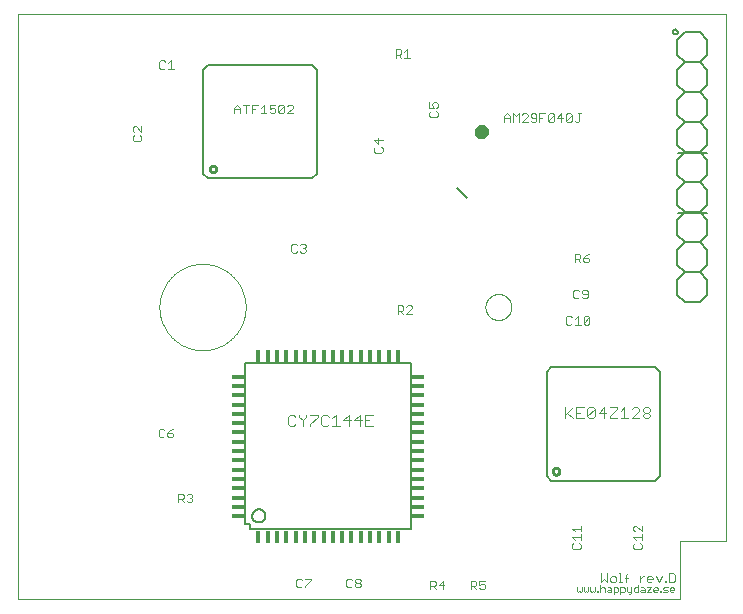
<source format=gto>
G75*
%MOIN*%
%OFA0B0*%
%FSLAX25Y25*%
%IPPOS*%
%LPD*%
%AMOC8*
5,1,8,0,0,1.08239X$1,22.5*
%
%ADD10C,0.00000*%
%ADD11C,0.00300*%
%ADD12C,0.00200*%
%ADD13C,0.00800*%
%ADD14C,0.02400*%
%ADD15C,0.00600*%
%ADD16R,0.01800X0.04300*%
%ADD17R,0.04300X0.01800*%
%ADD18C,0.01000*%
D10*
X0001000Y0001000D02*
X0001000Y0196000D01*
X0237000Y0196000D01*
X0237000Y0020500D01*
X0221900Y0020500D01*
X0221900Y0001000D01*
X0001000Y0001000D01*
X0048244Y0098441D02*
X0048248Y0098794D01*
X0048261Y0099146D01*
X0048283Y0099498D01*
X0048313Y0099850D01*
X0048352Y0100200D01*
X0048400Y0100550D01*
X0048456Y0100898D01*
X0048520Y0101244D01*
X0048593Y0101589D01*
X0048675Y0101933D01*
X0048765Y0102274D01*
X0048863Y0102612D01*
X0048969Y0102949D01*
X0049084Y0103282D01*
X0049207Y0103613D01*
X0049338Y0103940D01*
X0049477Y0104264D01*
X0049624Y0104585D01*
X0049778Y0104902D01*
X0049941Y0105215D01*
X0050111Y0105524D01*
X0050288Y0105829D01*
X0050473Y0106129D01*
X0050666Y0106425D01*
X0050865Y0106715D01*
X0051072Y0107001D01*
X0051285Y0107282D01*
X0051506Y0107557D01*
X0051733Y0107827D01*
X0051967Y0108091D01*
X0052207Y0108350D01*
X0052453Y0108602D01*
X0052705Y0108848D01*
X0052964Y0109088D01*
X0053228Y0109322D01*
X0053498Y0109549D01*
X0053773Y0109770D01*
X0054054Y0109983D01*
X0054340Y0110190D01*
X0054630Y0110389D01*
X0054926Y0110582D01*
X0055226Y0110767D01*
X0055531Y0110944D01*
X0055840Y0111114D01*
X0056153Y0111277D01*
X0056470Y0111431D01*
X0056791Y0111578D01*
X0057115Y0111717D01*
X0057442Y0111848D01*
X0057773Y0111971D01*
X0058106Y0112086D01*
X0058443Y0112192D01*
X0058781Y0112290D01*
X0059122Y0112380D01*
X0059466Y0112462D01*
X0059811Y0112535D01*
X0060157Y0112599D01*
X0060505Y0112655D01*
X0060855Y0112703D01*
X0061205Y0112742D01*
X0061557Y0112772D01*
X0061909Y0112794D01*
X0062261Y0112807D01*
X0062614Y0112811D01*
X0062967Y0112807D01*
X0063319Y0112794D01*
X0063671Y0112772D01*
X0064023Y0112742D01*
X0064373Y0112703D01*
X0064723Y0112655D01*
X0065071Y0112599D01*
X0065417Y0112535D01*
X0065762Y0112462D01*
X0066106Y0112380D01*
X0066447Y0112290D01*
X0066785Y0112192D01*
X0067122Y0112086D01*
X0067455Y0111971D01*
X0067786Y0111848D01*
X0068113Y0111717D01*
X0068437Y0111578D01*
X0068758Y0111431D01*
X0069075Y0111277D01*
X0069388Y0111114D01*
X0069697Y0110944D01*
X0070002Y0110767D01*
X0070302Y0110582D01*
X0070598Y0110389D01*
X0070888Y0110190D01*
X0071174Y0109983D01*
X0071455Y0109770D01*
X0071730Y0109549D01*
X0072000Y0109322D01*
X0072264Y0109088D01*
X0072523Y0108848D01*
X0072775Y0108602D01*
X0073021Y0108350D01*
X0073261Y0108091D01*
X0073495Y0107827D01*
X0073722Y0107557D01*
X0073943Y0107282D01*
X0074156Y0107001D01*
X0074363Y0106715D01*
X0074562Y0106425D01*
X0074755Y0106129D01*
X0074940Y0105829D01*
X0075117Y0105524D01*
X0075287Y0105215D01*
X0075450Y0104902D01*
X0075604Y0104585D01*
X0075751Y0104264D01*
X0075890Y0103940D01*
X0076021Y0103613D01*
X0076144Y0103282D01*
X0076259Y0102949D01*
X0076365Y0102612D01*
X0076463Y0102274D01*
X0076553Y0101933D01*
X0076635Y0101589D01*
X0076708Y0101244D01*
X0076772Y0100898D01*
X0076828Y0100550D01*
X0076876Y0100200D01*
X0076915Y0099850D01*
X0076945Y0099498D01*
X0076967Y0099146D01*
X0076980Y0098794D01*
X0076984Y0098441D01*
X0076980Y0098088D01*
X0076967Y0097736D01*
X0076945Y0097384D01*
X0076915Y0097032D01*
X0076876Y0096682D01*
X0076828Y0096332D01*
X0076772Y0095984D01*
X0076708Y0095638D01*
X0076635Y0095293D01*
X0076553Y0094949D01*
X0076463Y0094608D01*
X0076365Y0094270D01*
X0076259Y0093933D01*
X0076144Y0093600D01*
X0076021Y0093269D01*
X0075890Y0092942D01*
X0075751Y0092618D01*
X0075604Y0092297D01*
X0075450Y0091980D01*
X0075287Y0091667D01*
X0075117Y0091358D01*
X0074940Y0091053D01*
X0074755Y0090753D01*
X0074562Y0090457D01*
X0074363Y0090167D01*
X0074156Y0089881D01*
X0073943Y0089600D01*
X0073722Y0089325D01*
X0073495Y0089055D01*
X0073261Y0088791D01*
X0073021Y0088532D01*
X0072775Y0088280D01*
X0072523Y0088034D01*
X0072264Y0087794D01*
X0072000Y0087560D01*
X0071730Y0087333D01*
X0071455Y0087112D01*
X0071174Y0086899D01*
X0070888Y0086692D01*
X0070598Y0086493D01*
X0070302Y0086300D01*
X0070002Y0086115D01*
X0069697Y0085938D01*
X0069388Y0085768D01*
X0069075Y0085605D01*
X0068758Y0085451D01*
X0068437Y0085304D01*
X0068113Y0085165D01*
X0067786Y0085034D01*
X0067455Y0084911D01*
X0067122Y0084796D01*
X0066785Y0084690D01*
X0066447Y0084592D01*
X0066106Y0084502D01*
X0065762Y0084420D01*
X0065417Y0084347D01*
X0065071Y0084283D01*
X0064723Y0084227D01*
X0064373Y0084179D01*
X0064023Y0084140D01*
X0063671Y0084110D01*
X0063319Y0084088D01*
X0062967Y0084075D01*
X0062614Y0084071D01*
X0062261Y0084075D01*
X0061909Y0084088D01*
X0061557Y0084110D01*
X0061205Y0084140D01*
X0060855Y0084179D01*
X0060505Y0084227D01*
X0060157Y0084283D01*
X0059811Y0084347D01*
X0059466Y0084420D01*
X0059122Y0084502D01*
X0058781Y0084592D01*
X0058443Y0084690D01*
X0058106Y0084796D01*
X0057773Y0084911D01*
X0057442Y0085034D01*
X0057115Y0085165D01*
X0056791Y0085304D01*
X0056470Y0085451D01*
X0056153Y0085605D01*
X0055840Y0085768D01*
X0055531Y0085938D01*
X0055226Y0086115D01*
X0054926Y0086300D01*
X0054630Y0086493D01*
X0054340Y0086692D01*
X0054054Y0086899D01*
X0053773Y0087112D01*
X0053498Y0087333D01*
X0053228Y0087560D01*
X0052964Y0087794D01*
X0052705Y0088034D01*
X0052453Y0088280D01*
X0052207Y0088532D01*
X0051967Y0088791D01*
X0051733Y0089055D01*
X0051506Y0089325D01*
X0051285Y0089600D01*
X0051072Y0089881D01*
X0050865Y0090167D01*
X0050666Y0090457D01*
X0050473Y0090753D01*
X0050288Y0091053D01*
X0050111Y0091358D01*
X0049941Y0091667D01*
X0049778Y0091980D01*
X0049624Y0092297D01*
X0049477Y0092618D01*
X0049338Y0092942D01*
X0049207Y0093269D01*
X0049084Y0093600D01*
X0048969Y0093933D01*
X0048863Y0094270D01*
X0048765Y0094608D01*
X0048675Y0094949D01*
X0048593Y0095293D01*
X0048520Y0095638D01*
X0048456Y0095984D01*
X0048400Y0096332D01*
X0048352Y0096682D01*
X0048313Y0097032D01*
X0048283Y0097384D01*
X0048261Y0097736D01*
X0048248Y0098088D01*
X0048244Y0098441D01*
X0156905Y0098441D02*
X0156907Y0098572D01*
X0156913Y0098704D01*
X0156923Y0098835D01*
X0156937Y0098966D01*
X0156955Y0099096D01*
X0156977Y0099225D01*
X0157002Y0099354D01*
X0157032Y0099482D01*
X0157066Y0099609D01*
X0157103Y0099736D01*
X0157144Y0099860D01*
X0157189Y0099984D01*
X0157238Y0100106D01*
X0157290Y0100227D01*
X0157346Y0100345D01*
X0157406Y0100463D01*
X0157469Y0100578D01*
X0157536Y0100691D01*
X0157606Y0100803D01*
X0157679Y0100912D01*
X0157755Y0101018D01*
X0157835Y0101123D01*
X0157918Y0101225D01*
X0158004Y0101324D01*
X0158093Y0101421D01*
X0158185Y0101515D01*
X0158280Y0101606D01*
X0158377Y0101695D01*
X0158477Y0101780D01*
X0158580Y0101862D01*
X0158685Y0101941D01*
X0158792Y0102017D01*
X0158902Y0102089D01*
X0159014Y0102158D01*
X0159128Y0102224D01*
X0159243Y0102286D01*
X0159361Y0102345D01*
X0159480Y0102400D01*
X0159601Y0102452D01*
X0159724Y0102499D01*
X0159848Y0102543D01*
X0159973Y0102584D01*
X0160099Y0102620D01*
X0160227Y0102653D01*
X0160355Y0102681D01*
X0160484Y0102706D01*
X0160614Y0102727D01*
X0160744Y0102744D01*
X0160875Y0102757D01*
X0161006Y0102766D01*
X0161137Y0102771D01*
X0161269Y0102772D01*
X0161400Y0102769D01*
X0161532Y0102762D01*
X0161663Y0102751D01*
X0161793Y0102736D01*
X0161923Y0102717D01*
X0162053Y0102694D01*
X0162181Y0102668D01*
X0162309Y0102637D01*
X0162436Y0102602D01*
X0162562Y0102564D01*
X0162686Y0102522D01*
X0162810Y0102476D01*
X0162931Y0102426D01*
X0163051Y0102373D01*
X0163170Y0102316D01*
X0163287Y0102256D01*
X0163401Y0102192D01*
X0163514Y0102124D01*
X0163625Y0102053D01*
X0163734Y0101979D01*
X0163840Y0101902D01*
X0163944Y0101821D01*
X0164045Y0101738D01*
X0164144Y0101651D01*
X0164240Y0101561D01*
X0164333Y0101468D01*
X0164424Y0101373D01*
X0164511Y0101275D01*
X0164596Y0101174D01*
X0164677Y0101071D01*
X0164755Y0100965D01*
X0164830Y0100857D01*
X0164902Y0100747D01*
X0164970Y0100635D01*
X0165035Y0100521D01*
X0165096Y0100404D01*
X0165154Y0100286D01*
X0165208Y0100166D01*
X0165259Y0100045D01*
X0165306Y0099922D01*
X0165349Y0099798D01*
X0165388Y0099673D01*
X0165424Y0099546D01*
X0165455Y0099418D01*
X0165483Y0099290D01*
X0165507Y0099161D01*
X0165527Y0099031D01*
X0165543Y0098900D01*
X0165555Y0098769D01*
X0165563Y0098638D01*
X0165567Y0098507D01*
X0165567Y0098375D01*
X0165563Y0098244D01*
X0165555Y0098113D01*
X0165543Y0097982D01*
X0165527Y0097851D01*
X0165507Y0097721D01*
X0165483Y0097592D01*
X0165455Y0097464D01*
X0165424Y0097336D01*
X0165388Y0097209D01*
X0165349Y0097084D01*
X0165306Y0096960D01*
X0165259Y0096837D01*
X0165208Y0096716D01*
X0165154Y0096596D01*
X0165096Y0096478D01*
X0165035Y0096361D01*
X0164970Y0096247D01*
X0164902Y0096135D01*
X0164830Y0096025D01*
X0164755Y0095917D01*
X0164677Y0095811D01*
X0164596Y0095708D01*
X0164511Y0095607D01*
X0164424Y0095509D01*
X0164333Y0095414D01*
X0164240Y0095321D01*
X0164144Y0095231D01*
X0164045Y0095144D01*
X0163944Y0095061D01*
X0163840Y0094980D01*
X0163734Y0094903D01*
X0163625Y0094829D01*
X0163514Y0094758D01*
X0163402Y0094690D01*
X0163287Y0094626D01*
X0163170Y0094566D01*
X0163051Y0094509D01*
X0162931Y0094456D01*
X0162810Y0094406D01*
X0162686Y0094360D01*
X0162562Y0094318D01*
X0162436Y0094280D01*
X0162309Y0094245D01*
X0162181Y0094214D01*
X0162053Y0094188D01*
X0161923Y0094165D01*
X0161793Y0094146D01*
X0161663Y0094131D01*
X0161532Y0094120D01*
X0161400Y0094113D01*
X0161269Y0094110D01*
X0161137Y0094111D01*
X0161006Y0094116D01*
X0160875Y0094125D01*
X0160744Y0094138D01*
X0160614Y0094155D01*
X0160484Y0094176D01*
X0160355Y0094201D01*
X0160227Y0094229D01*
X0160099Y0094262D01*
X0159973Y0094298D01*
X0159848Y0094339D01*
X0159724Y0094383D01*
X0159601Y0094430D01*
X0159480Y0094482D01*
X0159361Y0094537D01*
X0159243Y0094596D01*
X0159128Y0094658D01*
X0159014Y0094724D01*
X0158902Y0094793D01*
X0158792Y0094865D01*
X0158685Y0094941D01*
X0158580Y0095020D01*
X0158477Y0095102D01*
X0158377Y0095187D01*
X0158280Y0095276D01*
X0158185Y0095367D01*
X0158093Y0095461D01*
X0158004Y0095558D01*
X0157918Y0095657D01*
X0157835Y0095759D01*
X0157755Y0095864D01*
X0157679Y0095970D01*
X0157606Y0096079D01*
X0157536Y0096191D01*
X0157469Y0096304D01*
X0157406Y0096419D01*
X0157346Y0096537D01*
X0157290Y0096655D01*
X0157238Y0096776D01*
X0157189Y0096898D01*
X0157144Y0097022D01*
X0157103Y0097146D01*
X0157066Y0097273D01*
X0157032Y0097400D01*
X0157002Y0097528D01*
X0156977Y0097657D01*
X0156955Y0097786D01*
X0156937Y0097916D01*
X0156923Y0098047D01*
X0156913Y0098178D01*
X0156907Y0098310D01*
X0156905Y0098441D01*
D11*
X0132505Y0098480D02*
X0132021Y0098963D01*
X0131053Y0098963D01*
X0130570Y0098480D01*
X0129558Y0098480D02*
X0129558Y0097512D01*
X0129074Y0097029D01*
X0127623Y0097029D01*
X0128591Y0097029D02*
X0129558Y0096061D01*
X0130570Y0096061D02*
X0132505Y0097996D01*
X0132505Y0098480D01*
X0132505Y0096061D02*
X0130570Y0096061D01*
X0129558Y0098480D02*
X0129074Y0098963D01*
X0127623Y0098963D01*
X0127623Y0096061D01*
X0097031Y0117034D02*
X0096548Y0116550D01*
X0095580Y0116550D01*
X0095097Y0117034D01*
X0094085Y0117034D02*
X0093601Y0116550D01*
X0092634Y0116550D01*
X0092150Y0117034D01*
X0092150Y0118969D01*
X0092634Y0119452D01*
X0093601Y0119452D01*
X0094085Y0118969D01*
X0095097Y0118969D02*
X0095580Y0119452D01*
X0096548Y0119452D01*
X0097031Y0118969D01*
X0097031Y0118485D01*
X0096548Y0118001D01*
X0097031Y0117517D01*
X0097031Y0117034D01*
X0096548Y0118001D02*
X0096064Y0118001D01*
X0120231Y0149857D02*
X0122166Y0149857D01*
X0122650Y0150341D01*
X0122650Y0151308D01*
X0122166Y0151792D01*
X0121199Y0152803D02*
X0121199Y0154738D01*
X0122650Y0154255D02*
X0119748Y0154255D01*
X0121199Y0152803D01*
X0120231Y0151792D02*
X0119748Y0151308D01*
X0119748Y0150341D01*
X0120231Y0149857D01*
X0138148Y0162234D02*
X0138631Y0161750D01*
X0140566Y0161750D01*
X0141050Y0162234D01*
X0141050Y0163201D01*
X0140566Y0163685D01*
X0140566Y0164697D02*
X0141050Y0165180D01*
X0141050Y0166148D01*
X0140566Y0166631D01*
X0139599Y0166631D01*
X0139115Y0166148D01*
X0139115Y0165664D01*
X0139599Y0164697D01*
X0138148Y0164697D01*
X0138148Y0166631D01*
X0138631Y0163685D02*
X0138148Y0163201D01*
X0138148Y0162234D01*
X0131852Y0181570D02*
X0129917Y0181570D01*
X0130884Y0181570D02*
X0130884Y0184472D01*
X0129917Y0183505D01*
X0128905Y0183988D02*
X0128905Y0183021D01*
X0128422Y0182537D01*
X0126970Y0182537D01*
X0126970Y0181570D02*
X0126970Y0184472D01*
X0128422Y0184472D01*
X0128905Y0183988D01*
X0127938Y0182537D02*
X0128905Y0181570D01*
X0163108Y0162022D02*
X0163108Y0160087D01*
X0163108Y0161538D02*
X0165043Y0161538D01*
X0165043Y0162022D02*
X0165043Y0160087D01*
X0166055Y0160087D02*
X0166055Y0162989D01*
X0167022Y0162022D01*
X0167990Y0162989D01*
X0167990Y0160087D01*
X0169001Y0160087D02*
X0170936Y0162022D01*
X0170936Y0162506D01*
X0170453Y0162989D01*
X0169485Y0162989D01*
X0169001Y0162506D01*
X0169001Y0160087D02*
X0170936Y0160087D01*
X0171948Y0160571D02*
X0172432Y0160087D01*
X0173399Y0160087D01*
X0173883Y0160571D01*
X0173883Y0162506D01*
X0173399Y0162989D01*
X0172432Y0162989D01*
X0171948Y0162506D01*
X0171948Y0162022D01*
X0172432Y0161538D01*
X0173883Y0161538D01*
X0174894Y0161538D02*
X0175862Y0161538D01*
X0174894Y0160087D02*
X0174894Y0162989D01*
X0176829Y0162989D01*
X0177841Y0162506D02*
X0178325Y0162989D01*
X0179292Y0162989D01*
X0179776Y0162506D01*
X0177841Y0160571D01*
X0178325Y0160087D01*
X0179292Y0160087D01*
X0179776Y0160571D01*
X0179776Y0162506D01*
X0180787Y0161538D02*
X0182722Y0161538D01*
X0183734Y0160571D02*
X0185669Y0162506D01*
X0185669Y0160571D01*
X0185185Y0160087D01*
X0184218Y0160087D01*
X0183734Y0160571D01*
X0183734Y0162506D01*
X0184218Y0162989D01*
X0185185Y0162989D01*
X0185669Y0162506D01*
X0187648Y0162989D02*
X0188615Y0162989D01*
X0188132Y0162989D02*
X0188132Y0160571D01*
X0187648Y0160087D01*
X0187164Y0160087D01*
X0186680Y0160571D01*
X0182239Y0160087D02*
X0182239Y0162989D01*
X0180787Y0161538D01*
X0177841Y0160571D02*
X0177841Y0162506D01*
X0165043Y0162022D02*
X0164076Y0162989D01*
X0163108Y0162022D01*
X0186650Y0116252D02*
X0188101Y0116252D01*
X0188585Y0115769D01*
X0188585Y0114801D01*
X0188101Y0114317D01*
X0186650Y0114317D01*
X0186650Y0113350D02*
X0186650Y0116252D01*
X0187617Y0114317D02*
X0188585Y0113350D01*
X0189597Y0113834D02*
X0190080Y0113350D01*
X0191048Y0113350D01*
X0191531Y0113834D01*
X0191531Y0114317D01*
X0191048Y0114801D01*
X0189597Y0114801D01*
X0189597Y0113834D01*
X0189597Y0114801D02*
X0190564Y0115769D01*
X0191531Y0116252D01*
X0190548Y0104252D02*
X0189580Y0104252D01*
X0189097Y0103769D01*
X0189097Y0103285D01*
X0189580Y0102801D01*
X0191031Y0102801D01*
X0191031Y0101834D02*
X0191031Y0103769D01*
X0190548Y0104252D01*
X0191031Y0101834D02*
X0190548Y0101350D01*
X0189580Y0101350D01*
X0189097Y0101834D01*
X0188085Y0101834D02*
X0187601Y0101350D01*
X0186634Y0101350D01*
X0186150Y0101834D01*
X0186150Y0103769D01*
X0186634Y0104252D01*
X0187601Y0104252D01*
X0188085Y0103769D01*
X0187664Y0095452D02*
X0187664Y0092550D01*
X0186697Y0092550D02*
X0188631Y0092550D01*
X0189643Y0093034D02*
X0191578Y0094969D01*
X0191578Y0093034D01*
X0191094Y0092550D01*
X0190127Y0092550D01*
X0189643Y0093034D01*
X0189643Y0094969D01*
X0190127Y0095452D01*
X0191094Y0095452D01*
X0191578Y0094969D01*
X0187664Y0095452D02*
X0186697Y0094485D01*
X0185685Y0094969D02*
X0185201Y0095452D01*
X0184234Y0095452D01*
X0183750Y0094969D01*
X0183750Y0093034D01*
X0184234Y0092550D01*
X0185201Y0092550D01*
X0185685Y0093034D01*
X0186019Y0065084D02*
X0183550Y0062615D01*
X0184167Y0063233D02*
X0186019Y0061381D01*
X0187233Y0061381D02*
X0189702Y0061381D01*
X0190916Y0061998D02*
X0193385Y0064467D01*
X0193385Y0061998D01*
X0192768Y0061381D01*
X0191533Y0061381D01*
X0190916Y0061998D01*
X0190916Y0064467D01*
X0191533Y0065084D01*
X0192768Y0065084D01*
X0193385Y0064467D01*
X0194599Y0063233D02*
X0197068Y0063233D01*
X0198283Y0061998D02*
X0198283Y0061381D01*
X0200751Y0061381D01*
X0201966Y0061381D02*
X0204434Y0061381D01*
X0205649Y0061381D02*
X0208118Y0063850D01*
X0208118Y0064467D01*
X0207500Y0065084D01*
X0206266Y0065084D01*
X0205649Y0064467D01*
X0203200Y0065084D02*
X0203200Y0061381D01*
X0205649Y0061381D02*
X0208118Y0061381D01*
X0209332Y0061998D02*
X0209332Y0062615D01*
X0209949Y0063233D01*
X0211184Y0063233D01*
X0211801Y0062615D01*
X0211801Y0061998D01*
X0211184Y0061381D01*
X0209949Y0061381D01*
X0209332Y0061998D01*
X0209949Y0063233D02*
X0209332Y0063850D01*
X0209332Y0064467D01*
X0209949Y0065084D01*
X0211184Y0065084D01*
X0211801Y0064467D01*
X0211801Y0063850D01*
X0211184Y0063233D01*
X0203200Y0065084D02*
X0201966Y0063850D01*
X0200751Y0064467D02*
X0198283Y0061998D01*
X0196451Y0061381D02*
X0196451Y0065084D01*
X0194599Y0063233D01*
X0198283Y0065084D02*
X0200751Y0065084D01*
X0200751Y0064467D01*
X0189702Y0065084D02*
X0187233Y0065084D01*
X0187233Y0061381D01*
X0187233Y0063233D02*
X0188468Y0063233D01*
X0183550Y0065084D02*
X0183550Y0061381D01*
X0188650Y0025578D02*
X0188650Y0023643D01*
X0188650Y0024611D02*
X0185748Y0024611D01*
X0186715Y0023643D01*
X0188650Y0022631D02*
X0188650Y0020697D01*
X0188650Y0021664D02*
X0185748Y0021664D01*
X0186715Y0020697D01*
X0186231Y0019685D02*
X0185748Y0019201D01*
X0185748Y0018234D01*
X0186231Y0017750D01*
X0188166Y0017750D01*
X0188650Y0018234D01*
X0188650Y0019201D01*
X0188166Y0019685D01*
X0195550Y0009652D02*
X0195550Y0006750D01*
X0196517Y0007717D01*
X0197485Y0006750D01*
X0197485Y0009652D01*
X0198497Y0008201D02*
X0198497Y0007234D01*
X0198980Y0006750D01*
X0199948Y0006750D01*
X0200431Y0007234D01*
X0200431Y0008201D01*
X0199948Y0008685D01*
X0198980Y0008685D01*
X0198497Y0008201D01*
X0201443Y0006750D02*
X0202411Y0006750D01*
X0201927Y0006750D02*
X0201927Y0009652D01*
X0201443Y0009652D01*
X0203407Y0008201D02*
X0204375Y0008201D01*
X0203891Y0009169D02*
X0204375Y0009652D01*
X0203891Y0009169D02*
X0203891Y0006750D01*
X0208318Y0006750D02*
X0208318Y0008685D01*
X0208318Y0007717D02*
X0209286Y0008685D01*
X0209769Y0008685D01*
X0210774Y0008201D02*
X0211257Y0008685D01*
X0212225Y0008685D01*
X0212709Y0008201D01*
X0212709Y0007717D01*
X0210774Y0007717D01*
X0210774Y0007234D02*
X0210774Y0008201D01*
X0210774Y0007234D02*
X0211257Y0006750D01*
X0212225Y0006750D01*
X0213720Y0008685D02*
X0214688Y0006750D01*
X0215655Y0008685D01*
X0216667Y0007234D02*
X0217150Y0007234D01*
X0217150Y0006750D01*
X0216667Y0006750D01*
X0216667Y0007234D01*
X0218140Y0006750D02*
X0219591Y0006750D01*
X0220075Y0007234D01*
X0220075Y0009169D01*
X0219591Y0009652D01*
X0218140Y0009652D01*
X0218140Y0006750D01*
X0208566Y0017750D02*
X0206631Y0017750D01*
X0206148Y0018234D01*
X0206148Y0019201D01*
X0206631Y0019685D01*
X0207115Y0020697D02*
X0206148Y0021664D01*
X0209050Y0021664D01*
X0209050Y0020697D02*
X0209050Y0022631D01*
X0209050Y0023643D02*
X0207115Y0025578D01*
X0206631Y0025578D01*
X0206148Y0025094D01*
X0206148Y0024127D01*
X0206631Y0023643D01*
X0209050Y0023643D02*
X0209050Y0025578D01*
X0208566Y0019685D02*
X0209050Y0019201D01*
X0209050Y0018234D01*
X0208566Y0017750D01*
X0156831Y0007252D02*
X0154897Y0007252D01*
X0154897Y0005801D01*
X0155864Y0006285D01*
X0156348Y0006285D01*
X0156831Y0005801D01*
X0156831Y0004834D01*
X0156348Y0004350D01*
X0155380Y0004350D01*
X0154897Y0004834D01*
X0153885Y0004350D02*
X0152917Y0005317D01*
X0153401Y0005317D02*
X0151950Y0005317D01*
X0151950Y0004350D02*
X0151950Y0007252D01*
X0153401Y0007252D01*
X0153885Y0006769D01*
X0153885Y0005801D01*
X0153401Y0005317D01*
X0143231Y0005801D02*
X0141297Y0005801D01*
X0142748Y0007252D01*
X0142748Y0004350D01*
X0140285Y0004350D02*
X0139317Y0005317D01*
X0139801Y0005317D02*
X0138350Y0005317D01*
X0138350Y0004350D02*
X0138350Y0007252D01*
X0139801Y0007252D01*
X0140285Y0006769D01*
X0140285Y0005801D01*
X0139801Y0005317D01*
X0115378Y0005520D02*
X0114894Y0005037D01*
X0113927Y0005037D01*
X0113443Y0005520D01*
X0113443Y0006004D01*
X0113927Y0006488D01*
X0114894Y0006488D01*
X0115378Y0006004D01*
X0115378Y0005520D01*
X0114894Y0006488D02*
X0115378Y0006972D01*
X0115378Y0007455D01*
X0114894Y0007939D01*
X0113927Y0007939D01*
X0113443Y0007455D01*
X0113443Y0006972D01*
X0113927Y0006488D01*
X0112431Y0007455D02*
X0111948Y0007939D01*
X0110980Y0007939D01*
X0110496Y0007455D01*
X0110496Y0005520D01*
X0110980Y0005037D01*
X0111948Y0005037D01*
X0112431Y0005520D01*
X0098743Y0007455D02*
X0096808Y0005520D01*
X0096808Y0005037D01*
X0095797Y0005520D02*
X0095313Y0005037D01*
X0094345Y0005037D01*
X0093862Y0005520D01*
X0093862Y0007455D01*
X0094345Y0007939D01*
X0095313Y0007939D01*
X0095797Y0007455D01*
X0096808Y0007939D02*
X0098743Y0007939D01*
X0098743Y0007455D01*
X0059238Y0033834D02*
X0058755Y0033350D01*
X0057787Y0033350D01*
X0057303Y0033834D01*
X0056292Y0033350D02*
X0055324Y0034317D01*
X0055808Y0034317D02*
X0054357Y0034317D01*
X0054357Y0033350D02*
X0054357Y0036252D01*
X0055808Y0036252D01*
X0056292Y0035769D01*
X0056292Y0034801D01*
X0055808Y0034317D01*
X0057303Y0035769D02*
X0057787Y0036252D01*
X0058755Y0036252D01*
X0059238Y0035769D01*
X0059238Y0035285D01*
X0058755Y0034801D01*
X0059238Y0034317D01*
X0059238Y0033834D01*
X0058755Y0034801D02*
X0058271Y0034801D01*
X0052361Y0055011D02*
X0051394Y0055011D01*
X0050910Y0055494D01*
X0050910Y0056462D01*
X0052361Y0056462D01*
X0052845Y0055978D01*
X0052845Y0055494D01*
X0052361Y0055011D01*
X0050910Y0056462D02*
X0051877Y0057429D01*
X0052845Y0057913D01*
X0049898Y0057429D02*
X0049414Y0057913D01*
X0048447Y0057913D01*
X0047963Y0057429D01*
X0047963Y0055494D01*
X0048447Y0055011D01*
X0049414Y0055011D01*
X0049898Y0055494D01*
X0091108Y0059438D02*
X0091725Y0058821D01*
X0092960Y0058821D01*
X0093577Y0059438D01*
X0091108Y0059438D02*
X0091108Y0061907D01*
X0091725Y0062524D01*
X0092960Y0062524D01*
X0093577Y0061907D01*
X0094791Y0061907D02*
X0096026Y0060673D01*
X0096026Y0058821D01*
X0096026Y0060673D02*
X0097260Y0061907D01*
X0097260Y0062524D01*
X0098475Y0062524D02*
X0100943Y0062524D01*
X0100943Y0061907D01*
X0098475Y0059438D01*
X0098475Y0058821D01*
X0102158Y0059438D02*
X0102775Y0058821D01*
X0104009Y0058821D01*
X0104626Y0059438D01*
X0105841Y0058821D02*
X0108310Y0058821D01*
X0107075Y0058821D02*
X0107075Y0062524D01*
X0105841Y0061290D01*
X0104626Y0061907D02*
X0104009Y0062524D01*
X0102775Y0062524D01*
X0102158Y0061907D01*
X0102158Y0059438D01*
X0094791Y0061907D02*
X0094791Y0062524D01*
X0109524Y0060673D02*
X0111993Y0060673D01*
X0113207Y0060673D02*
X0115676Y0060673D01*
X0116890Y0060673D02*
X0118125Y0060673D01*
X0119359Y0062524D02*
X0116890Y0062524D01*
X0116890Y0058821D01*
X0119359Y0058821D01*
X0115059Y0058821D02*
X0115059Y0062524D01*
X0113207Y0060673D01*
X0111376Y0062524D02*
X0111376Y0058821D01*
X0109524Y0060673D02*
X0111376Y0062524D01*
X0041766Y0153750D02*
X0039831Y0153750D01*
X0039348Y0154234D01*
X0039348Y0155201D01*
X0039831Y0155685D01*
X0039831Y0156697D02*
X0039348Y0157180D01*
X0039348Y0158148D01*
X0039831Y0158631D01*
X0040315Y0158631D01*
X0042250Y0156697D01*
X0042250Y0158631D01*
X0041766Y0155685D02*
X0042250Y0155201D01*
X0042250Y0154234D01*
X0041766Y0153750D01*
X0048741Y0177750D02*
X0049708Y0177750D01*
X0050192Y0178234D01*
X0051203Y0177750D02*
X0053138Y0177750D01*
X0052171Y0177750D02*
X0052171Y0180652D01*
X0051203Y0179685D01*
X0050192Y0180169D02*
X0049708Y0180652D01*
X0048741Y0180652D01*
X0048257Y0180169D01*
X0048257Y0178234D01*
X0048741Y0177750D01*
X0073150Y0164916D02*
X0073150Y0162981D01*
X0073150Y0164432D02*
X0075085Y0164432D01*
X0075085Y0164916D02*
X0075085Y0162981D01*
X0075085Y0164916D02*
X0074117Y0165884D01*
X0073150Y0164916D01*
X0076097Y0165884D02*
X0078031Y0165884D01*
X0077064Y0165884D02*
X0077064Y0162981D01*
X0079043Y0162981D02*
X0079043Y0165884D01*
X0080978Y0165884D01*
X0081990Y0164916D02*
X0082957Y0165884D01*
X0082957Y0162981D01*
X0081990Y0162981D02*
X0083925Y0162981D01*
X0084936Y0163465D02*
X0085420Y0162981D01*
X0086387Y0162981D01*
X0086871Y0163465D01*
X0086871Y0164432D01*
X0086387Y0164916D01*
X0085904Y0164916D01*
X0084936Y0164432D01*
X0084936Y0165884D01*
X0086871Y0165884D01*
X0087883Y0165400D02*
X0088366Y0165884D01*
X0089334Y0165884D01*
X0089818Y0165400D01*
X0087883Y0163465D01*
X0088366Y0162981D01*
X0089334Y0162981D01*
X0089818Y0163465D01*
X0089818Y0165400D01*
X0090829Y0165400D02*
X0091313Y0165884D01*
X0092280Y0165884D01*
X0092764Y0165400D01*
X0092764Y0164916D01*
X0090829Y0162981D01*
X0092764Y0162981D01*
X0087883Y0163465D02*
X0087883Y0165400D01*
X0080011Y0164432D02*
X0079043Y0164432D01*
D12*
X0187500Y0004968D02*
X0187500Y0003867D01*
X0187867Y0003500D01*
X0188234Y0003867D01*
X0188601Y0003500D01*
X0188968Y0003867D01*
X0188968Y0004968D01*
X0189710Y0004968D02*
X0189710Y0003867D01*
X0190077Y0003500D01*
X0190444Y0003867D01*
X0190811Y0003500D01*
X0191178Y0003867D01*
X0191178Y0004968D01*
X0191920Y0004968D02*
X0191920Y0003867D01*
X0192287Y0003500D01*
X0192654Y0003867D01*
X0193021Y0003500D01*
X0193388Y0003867D01*
X0193388Y0004968D01*
X0194130Y0003867D02*
X0194497Y0003867D01*
X0194497Y0003500D01*
X0194130Y0003500D01*
X0194130Y0003867D01*
X0195235Y0003500D02*
X0195235Y0005702D01*
X0195602Y0004968D02*
X0196336Y0004968D01*
X0196702Y0004601D01*
X0196702Y0003500D01*
X0197444Y0003867D02*
X0197811Y0004234D01*
X0198912Y0004234D01*
X0198912Y0004601D02*
X0198912Y0003500D01*
X0197811Y0003500D01*
X0197444Y0003867D01*
X0197811Y0004968D02*
X0198545Y0004968D01*
X0198912Y0004601D01*
X0199654Y0004968D02*
X0200755Y0004968D01*
X0201122Y0004601D01*
X0201122Y0003867D01*
X0200755Y0003500D01*
X0199654Y0003500D01*
X0199654Y0002766D02*
X0199654Y0004968D01*
X0201864Y0004968D02*
X0201864Y0002766D01*
X0201864Y0003500D02*
X0202965Y0003500D01*
X0203332Y0003867D01*
X0203332Y0004601D01*
X0202965Y0004968D01*
X0201864Y0004968D01*
X0204074Y0004968D02*
X0204074Y0003867D01*
X0204441Y0003500D01*
X0205542Y0003500D01*
X0205542Y0003133D02*
X0205175Y0002766D01*
X0204808Y0002766D01*
X0205542Y0003133D02*
X0205542Y0004968D01*
X0206284Y0004601D02*
X0206651Y0004968D01*
X0207752Y0004968D01*
X0207752Y0005702D02*
X0207752Y0003500D01*
X0206651Y0003500D01*
X0206284Y0003867D01*
X0206284Y0004601D01*
X0208494Y0003867D02*
X0208861Y0004234D01*
X0209962Y0004234D01*
X0209962Y0004601D02*
X0209962Y0003500D01*
X0208861Y0003500D01*
X0208494Y0003867D01*
X0208861Y0004968D02*
X0209595Y0004968D01*
X0209962Y0004601D01*
X0210704Y0004968D02*
X0212172Y0004968D01*
X0210704Y0003500D01*
X0212172Y0003500D01*
X0212914Y0003867D02*
X0212914Y0004601D01*
X0213281Y0004968D01*
X0214015Y0004968D01*
X0214382Y0004601D01*
X0214382Y0004234D01*
X0212914Y0004234D01*
X0212914Y0003867D02*
X0213281Y0003500D01*
X0214015Y0003500D01*
X0215123Y0003500D02*
X0215490Y0003500D01*
X0215490Y0003867D01*
X0215123Y0003867D01*
X0215123Y0003500D01*
X0216228Y0003500D02*
X0217329Y0003500D01*
X0217696Y0003867D01*
X0217329Y0004234D01*
X0216595Y0004234D01*
X0216228Y0004601D01*
X0216595Y0004968D01*
X0217696Y0004968D01*
X0218438Y0004601D02*
X0218805Y0004968D01*
X0219539Y0004968D01*
X0219906Y0004601D01*
X0219906Y0004234D01*
X0218438Y0004234D01*
X0218438Y0003867D02*
X0218438Y0004601D01*
X0218438Y0003867D02*
X0218805Y0003500D01*
X0219539Y0003500D01*
X0195602Y0004968D02*
X0195235Y0004601D01*
D13*
X0178877Y0040502D02*
X0213523Y0040502D01*
X0215098Y0042077D01*
X0215098Y0076723D01*
X0213523Y0078298D01*
X0178877Y0078298D01*
X0177302Y0076723D01*
X0177302Y0042077D01*
X0178877Y0040502D01*
X0221000Y0129800D02*
X0230600Y0129800D01*
X0230600Y0149800D02*
X0221000Y0149800D01*
X0219400Y0190200D02*
X0219402Y0190256D01*
X0219408Y0190313D01*
X0219418Y0190368D01*
X0219432Y0190423D01*
X0219449Y0190477D01*
X0219471Y0190529D01*
X0219496Y0190579D01*
X0219524Y0190628D01*
X0219556Y0190675D01*
X0219591Y0190719D01*
X0219629Y0190761D01*
X0219670Y0190800D01*
X0219714Y0190835D01*
X0219760Y0190868D01*
X0219808Y0190897D01*
X0219858Y0190923D01*
X0219910Y0190946D01*
X0219964Y0190964D01*
X0220018Y0190979D01*
X0220073Y0190990D01*
X0220129Y0190997D01*
X0220186Y0191000D01*
X0220242Y0190999D01*
X0220299Y0190994D01*
X0220354Y0190985D01*
X0220409Y0190972D01*
X0220463Y0190955D01*
X0220516Y0190935D01*
X0220567Y0190911D01*
X0220616Y0190883D01*
X0220663Y0190852D01*
X0220708Y0190818D01*
X0220751Y0190780D01*
X0220790Y0190740D01*
X0220827Y0190697D01*
X0220860Y0190652D01*
X0220890Y0190604D01*
X0220917Y0190554D01*
X0220940Y0190503D01*
X0220960Y0190450D01*
X0220976Y0190396D01*
X0220988Y0190340D01*
X0220996Y0190285D01*
X0221000Y0190228D01*
X0221000Y0190172D01*
X0220996Y0190115D01*
X0220988Y0190060D01*
X0220976Y0190004D01*
X0220960Y0189950D01*
X0220940Y0189897D01*
X0220917Y0189846D01*
X0220890Y0189796D01*
X0220860Y0189748D01*
X0220827Y0189703D01*
X0220790Y0189660D01*
X0220751Y0189620D01*
X0220708Y0189582D01*
X0220663Y0189548D01*
X0220616Y0189517D01*
X0220567Y0189489D01*
X0220516Y0189465D01*
X0220463Y0189445D01*
X0220409Y0189428D01*
X0220354Y0189415D01*
X0220299Y0189406D01*
X0220242Y0189401D01*
X0220186Y0189400D01*
X0220129Y0189403D01*
X0220073Y0189410D01*
X0220018Y0189421D01*
X0219964Y0189436D01*
X0219910Y0189454D01*
X0219858Y0189477D01*
X0219808Y0189503D01*
X0219760Y0189532D01*
X0219714Y0189565D01*
X0219670Y0189600D01*
X0219629Y0189639D01*
X0219591Y0189681D01*
X0219556Y0189725D01*
X0219524Y0189772D01*
X0219496Y0189821D01*
X0219471Y0189871D01*
X0219449Y0189923D01*
X0219432Y0189977D01*
X0219418Y0190032D01*
X0219408Y0190087D01*
X0219402Y0190144D01*
X0219400Y0190200D01*
X0150824Y0134813D02*
X0147517Y0138120D01*
X0100698Y0142877D02*
X0099123Y0141302D01*
X0064477Y0141302D01*
X0062902Y0142877D01*
X0062902Y0177523D01*
X0064477Y0179098D01*
X0099123Y0179098D01*
X0100698Y0177523D01*
X0100698Y0142877D01*
D14*
X0154328Y0156900D02*
X0154330Y0156969D01*
X0154336Y0157037D01*
X0154346Y0157105D01*
X0154360Y0157172D01*
X0154378Y0157239D01*
X0154399Y0157304D01*
X0154425Y0157368D01*
X0154454Y0157430D01*
X0154486Y0157490D01*
X0154522Y0157549D01*
X0154562Y0157605D01*
X0154604Y0157659D01*
X0154650Y0157710D01*
X0154699Y0157759D01*
X0154750Y0157805D01*
X0154804Y0157847D01*
X0154860Y0157887D01*
X0154918Y0157923D01*
X0154979Y0157955D01*
X0155041Y0157984D01*
X0155105Y0158010D01*
X0155170Y0158031D01*
X0155237Y0158049D01*
X0155304Y0158063D01*
X0155372Y0158073D01*
X0155440Y0158079D01*
X0155509Y0158081D01*
X0155578Y0158079D01*
X0155646Y0158073D01*
X0155714Y0158063D01*
X0155781Y0158049D01*
X0155848Y0158031D01*
X0155913Y0158010D01*
X0155977Y0157984D01*
X0156039Y0157955D01*
X0156099Y0157923D01*
X0156158Y0157887D01*
X0156214Y0157847D01*
X0156268Y0157805D01*
X0156319Y0157759D01*
X0156368Y0157710D01*
X0156414Y0157659D01*
X0156456Y0157605D01*
X0156496Y0157549D01*
X0156532Y0157490D01*
X0156564Y0157430D01*
X0156593Y0157368D01*
X0156619Y0157304D01*
X0156640Y0157239D01*
X0156658Y0157172D01*
X0156672Y0157105D01*
X0156682Y0157037D01*
X0156688Y0156969D01*
X0156690Y0156900D01*
X0156688Y0156831D01*
X0156682Y0156763D01*
X0156672Y0156695D01*
X0156658Y0156628D01*
X0156640Y0156561D01*
X0156619Y0156496D01*
X0156593Y0156432D01*
X0156564Y0156370D01*
X0156532Y0156309D01*
X0156496Y0156251D01*
X0156456Y0156195D01*
X0156414Y0156141D01*
X0156368Y0156090D01*
X0156319Y0156041D01*
X0156268Y0155995D01*
X0156214Y0155953D01*
X0156158Y0155913D01*
X0156100Y0155877D01*
X0156039Y0155845D01*
X0155977Y0155816D01*
X0155913Y0155790D01*
X0155848Y0155769D01*
X0155781Y0155751D01*
X0155714Y0155737D01*
X0155646Y0155727D01*
X0155578Y0155721D01*
X0155509Y0155719D01*
X0155440Y0155721D01*
X0155372Y0155727D01*
X0155304Y0155737D01*
X0155237Y0155751D01*
X0155170Y0155769D01*
X0155105Y0155790D01*
X0155041Y0155816D01*
X0154979Y0155845D01*
X0154918Y0155877D01*
X0154860Y0155913D01*
X0154804Y0155953D01*
X0154750Y0155995D01*
X0154699Y0156041D01*
X0154650Y0156090D01*
X0154604Y0156141D01*
X0154562Y0156195D01*
X0154522Y0156251D01*
X0154486Y0156309D01*
X0154454Y0156370D01*
X0154425Y0156432D01*
X0154399Y0156496D01*
X0154378Y0156561D01*
X0154360Y0156628D01*
X0154346Y0156695D01*
X0154336Y0156763D01*
X0154330Y0156831D01*
X0154328Y0156900D01*
D15*
X0220800Y0157500D02*
X0220800Y0152500D01*
X0223300Y0150000D01*
X0220800Y0147500D01*
X0220800Y0142500D01*
X0223300Y0140000D01*
X0228300Y0140000D01*
X0230800Y0142500D01*
X0230800Y0147500D01*
X0228300Y0150000D01*
X0223300Y0150000D01*
X0228300Y0150000D02*
X0230800Y0152500D01*
X0230800Y0157500D01*
X0228300Y0160000D01*
X0223300Y0160000D01*
X0220800Y0157500D01*
X0223300Y0160000D02*
X0220800Y0162500D01*
X0220800Y0167500D01*
X0223300Y0170000D01*
X0220800Y0172500D01*
X0220800Y0177500D01*
X0223300Y0180000D01*
X0220800Y0182500D01*
X0220800Y0187500D01*
X0223300Y0190000D01*
X0228300Y0190000D01*
X0230800Y0187500D01*
X0230800Y0182500D01*
X0228300Y0180000D01*
X0230800Y0177500D01*
X0230800Y0172500D01*
X0228300Y0170000D01*
X0223300Y0170000D01*
X0228300Y0170000D02*
X0230800Y0167500D01*
X0230800Y0162500D01*
X0228300Y0160000D01*
X0228300Y0180000D02*
X0223300Y0180000D01*
X0223300Y0140000D02*
X0220800Y0137500D01*
X0220800Y0132500D01*
X0223300Y0130000D01*
X0220800Y0127500D01*
X0220800Y0122500D01*
X0223300Y0120000D01*
X0220800Y0117500D01*
X0220800Y0112500D01*
X0223300Y0110000D01*
X0220800Y0107500D01*
X0220800Y0102500D01*
X0223300Y0100000D01*
X0228300Y0100000D01*
X0230800Y0102500D01*
X0230800Y0107500D01*
X0228300Y0110000D01*
X0223300Y0110000D01*
X0228300Y0110000D02*
X0230800Y0112500D01*
X0230800Y0117500D01*
X0228300Y0120000D01*
X0223300Y0120000D01*
X0228300Y0120000D02*
X0230800Y0122500D01*
X0230800Y0127500D01*
X0228300Y0130000D01*
X0223300Y0130000D01*
X0228300Y0130000D02*
X0230800Y0132500D01*
X0230800Y0137500D01*
X0228300Y0140000D01*
X0132200Y0079700D02*
X0132200Y0024300D01*
X0078500Y0024300D01*
X0078500Y0026000D01*
X0076800Y0026000D01*
X0076800Y0079700D01*
X0132200Y0079700D01*
X0079150Y0028850D02*
X0079152Y0028943D01*
X0079158Y0029037D01*
X0079168Y0029129D01*
X0079182Y0029222D01*
X0079199Y0029313D01*
X0079221Y0029404D01*
X0079246Y0029494D01*
X0079276Y0029583D01*
X0079309Y0029670D01*
X0079345Y0029756D01*
X0079386Y0029840D01*
X0079429Y0029923D01*
X0079477Y0030003D01*
X0079527Y0030082D01*
X0079581Y0030158D01*
X0079638Y0030232D01*
X0079699Y0030303D01*
X0079762Y0030372D01*
X0079828Y0030438D01*
X0079897Y0030501D01*
X0079968Y0030562D01*
X0080042Y0030619D01*
X0080118Y0030673D01*
X0080197Y0030723D01*
X0080277Y0030771D01*
X0080360Y0030814D01*
X0080444Y0030855D01*
X0080530Y0030891D01*
X0080617Y0030924D01*
X0080706Y0030954D01*
X0080796Y0030979D01*
X0080887Y0031001D01*
X0080978Y0031018D01*
X0081071Y0031032D01*
X0081163Y0031042D01*
X0081257Y0031048D01*
X0081350Y0031050D01*
X0081443Y0031048D01*
X0081537Y0031042D01*
X0081629Y0031032D01*
X0081722Y0031018D01*
X0081813Y0031001D01*
X0081904Y0030979D01*
X0081994Y0030954D01*
X0082083Y0030924D01*
X0082170Y0030891D01*
X0082256Y0030855D01*
X0082340Y0030814D01*
X0082423Y0030771D01*
X0082503Y0030723D01*
X0082582Y0030673D01*
X0082658Y0030619D01*
X0082732Y0030562D01*
X0082803Y0030501D01*
X0082872Y0030438D01*
X0082938Y0030372D01*
X0083001Y0030303D01*
X0083062Y0030232D01*
X0083119Y0030158D01*
X0083173Y0030082D01*
X0083223Y0030003D01*
X0083271Y0029923D01*
X0083314Y0029840D01*
X0083355Y0029756D01*
X0083391Y0029670D01*
X0083424Y0029583D01*
X0083454Y0029494D01*
X0083479Y0029404D01*
X0083501Y0029313D01*
X0083518Y0029222D01*
X0083532Y0029129D01*
X0083542Y0029037D01*
X0083548Y0028943D01*
X0083550Y0028850D01*
X0083548Y0028757D01*
X0083542Y0028663D01*
X0083532Y0028571D01*
X0083518Y0028478D01*
X0083501Y0028387D01*
X0083479Y0028296D01*
X0083454Y0028206D01*
X0083424Y0028117D01*
X0083391Y0028030D01*
X0083355Y0027944D01*
X0083314Y0027860D01*
X0083271Y0027777D01*
X0083223Y0027697D01*
X0083173Y0027618D01*
X0083119Y0027542D01*
X0083062Y0027468D01*
X0083001Y0027397D01*
X0082938Y0027328D01*
X0082872Y0027262D01*
X0082803Y0027199D01*
X0082732Y0027138D01*
X0082658Y0027081D01*
X0082582Y0027027D01*
X0082503Y0026977D01*
X0082423Y0026929D01*
X0082340Y0026886D01*
X0082256Y0026845D01*
X0082170Y0026809D01*
X0082083Y0026776D01*
X0081994Y0026746D01*
X0081904Y0026721D01*
X0081813Y0026699D01*
X0081722Y0026682D01*
X0081629Y0026668D01*
X0081537Y0026658D01*
X0081443Y0026652D01*
X0081350Y0026650D01*
X0081257Y0026652D01*
X0081163Y0026658D01*
X0081071Y0026668D01*
X0080978Y0026682D01*
X0080887Y0026699D01*
X0080796Y0026721D01*
X0080706Y0026746D01*
X0080617Y0026776D01*
X0080530Y0026809D01*
X0080444Y0026845D01*
X0080360Y0026886D01*
X0080277Y0026929D01*
X0080197Y0026977D01*
X0080118Y0027027D01*
X0080042Y0027081D01*
X0079968Y0027138D01*
X0079897Y0027199D01*
X0079828Y0027262D01*
X0079762Y0027328D01*
X0079699Y0027397D01*
X0079638Y0027468D01*
X0079581Y0027542D01*
X0079527Y0027618D01*
X0079477Y0027697D01*
X0079429Y0027777D01*
X0079386Y0027860D01*
X0079345Y0027944D01*
X0079309Y0028030D01*
X0079276Y0028117D01*
X0079246Y0028206D01*
X0079221Y0028296D01*
X0079199Y0028387D01*
X0079182Y0028478D01*
X0079168Y0028571D01*
X0079158Y0028663D01*
X0079152Y0028757D01*
X0079150Y0028850D01*
D16*
X0081250Y0021950D03*
X0084350Y0021950D03*
X0087450Y0021950D03*
X0090550Y0021950D03*
X0093650Y0021950D03*
X0096750Y0021950D03*
X0099850Y0021950D03*
X0102950Y0021950D03*
X0106050Y0021950D03*
X0109150Y0021950D03*
X0112250Y0021950D03*
X0115350Y0021950D03*
X0118450Y0021950D03*
X0121550Y0021950D03*
X0124650Y0021950D03*
X0127750Y0021950D03*
X0127750Y0082050D03*
X0124650Y0082050D03*
X0121550Y0082050D03*
X0118450Y0082050D03*
X0115350Y0082050D03*
X0112250Y0082050D03*
X0109150Y0082050D03*
X0106050Y0082050D03*
X0102950Y0082050D03*
X0099850Y0082050D03*
X0096750Y0082050D03*
X0093650Y0082050D03*
X0090550Y0082050D03*
X0087450Y0082050D03*
X0084350Y0082050D03*
X0081250Y0082050D03*
D17*
X0074450Y0075250D03*
X0074450Y0072150D03*
X0074450Y0069050D03*
X0074450Y0065950D03*
X0074450Y0062850D03*
X0074450Y0059750D03*
X0074450Y0056650D03*
X0074450Y0053550D03*
X0074450Y0050450D03*
X0074450Y0047350D03*
X0074450Y0044250D03*
X0074450Y0041150D03*
X0074450Y0038050D03*
X0074450Y0034950D03*
X0074450Y0031850D03*
X0074450Y0028750D03*
X0134550Y0028750D03*
X0134550Y0031850D03*
X0134550Y0034950D03*
X0134550Y0038050D03*
X0134550Y0041150D03*
X0134550Y0044250D03*
X0134550Y0047350D03*
X0134550Y0050450D03*
X0134550Y0053550D03*
X0134550Y0056650D03*
X0134550Y0059750D03*
X0134550Y0062850D03*
X0134550Y0065950D03*
X0134550Y0069050D03*
X0134550Y0072150D03*
X0134550Y0075250D03*
D18*
X0179339Y0043652D02*
X0179341Y0043719D01*
X0179347Y0043785D01*
X0179357Y0043851D01*
X0179371Y0043916D01*
X0179388Y0043980D01*
X0179410Y0044043D01*
X0179435Y0044105D01*
X0179464Y0044165D01*
X0179497Y0044223D01*
X0179532Y0044279D01*
X0179572Y0044333D01*
X0179614Y0044384D01*
X0179659Y0044433D01*
X0179707Y0044479D01*
X0179758Y0044522D01*
X0179811Y0044562D01*
X0179867Y0044599D01*
X0179925Y0044632D01*
X0179984Y0044662D01*
X0180045Y0044688D01*
X0180108Y0044711D01*
X0180172Y0044729D01*
X0180237Y0044744D01*
X0180303Y0044755D01*
X0180369Y0044762D01*
X0180435Y0044765D01*
X0180502Y0044764D01*
X0180568Y0044759D01*
X0180634Y0044750D01*
X0180700Y0044737D01*
X0180764Y0044720D01*
X0180827Y0044700D01*
X0180889Y0044675D01*
X0180950Y0044647D01*
X0181009Y0044616D01*
X0181065Y0044581D01*
X0181120Y0044543D01*
X0181172Y0044501D01*
X0181221Y0044456D01*
X0181268Y0044409D01*
X0181312Y0044359D01*
X0181352Y0044306D01*
X0181390Y0044251D01*
X0181424Y0044194D01*
X0181455Y0044135D01*
X0181482Y0044074D01*
X0181505Y0044012D01*
X0181525Y0043948D01*
X0181541Y0043883D01*
X0181553Y0043818D01*
X0181561Y0043752D01*
X0181565Y0043685D01*
X0181565Y0043619D01*
X0181561Y0043552D01*
X0181553Y0043486D01*
X0181541Y0043421D01*
X0181525Y0043356D01*
X0181505Y0043292D01*
X0181482Y0043230D01*
X0181455Y0043169D01*
X0181424Y0043110D01*
X0181390Y0043053D01*
X0181352Y0042998D01*
X0181312Y0042945D01*
X0181268Y0042895D01*
X0181221Y0042848D01*
X0181172Y0042803D01*
X0181120Y0042761D01*
X0181065Y0042723D01*
X0181008Y0042688D01*
X0180950Y0042657D01*
X0180889Y0042629D01*
X0180827Y0042604D01*
X0180764Y0042584D01*
X0180700Y0042567D01*
X0180634Y0042554D01*
X0180568Y0042545D01*
X0180502Y0042540D01*
X0180435Y0042539D01*
X0180369Y0042542D01*
X0180303Y0042549D01*
X0180237Y0042560D01*
X0180172Y0042575D01*
X0180108Y0042593D01*
X0180045Y0042616D01*
X0179984Y0042642D01*
X0179925Y0042672D01*
X0179867Y0042705D01*
X0179811Y0042742D01*
X0179758Y0042782D01*
X0179707Y0042825D01*
X0179659Y0042871D01*
X0179614Y0042920D01*
X0179572Y0042971D01*
X0179532Y0043025D01*
X0179497Y0043081D01*
X0179464Y0043139D01*
X0179435Y0043199D01*
X0179410Y0043261D01*
X0179388Y0043324D01*
X0179371Y0043388D01*
X0179357Y0043453D01*
X0179347Y0043519D01*
X0179341Y0043585D01*
X0179339Y0043652D01*
X0064939Y0144452D02*
X0064941Y0144519D01*
X0064947Y0144585D01*
X0064957Y0144651D01*
X0064971Y0144716D01*
X0064988Y0144780D01*
X0065010Y0144843D01*
X0065035Y0144905D01*
X0065064Y0144965D01*
X0065097Y0145023D01*
X0065132Y0145079D01*
X0065172Y0145133D01*
X0065214Y0145184D01*
X0065259Y0145233D01*
X0065307Y0145279D01*
X0065358Y0145322D01*
X0065411Y0145362D01*
X0065467Y0145399D01*
X0065525Y0145432D01*
X0065584Y0145462D01*
X0065645Y0145488D01*
X0065708Y0145511D01*
X0065772Y0145529D01*
X0065837Y0145544D01*
X0065903Y0145555D01*
X0065969Y0145562D01*
X0066035Y0145565D01*
X0066102Y0145564D01*
X0066168Y0145559D01*
X0066234Y0145550D01*
X0066300Y0145537D01*
X0066364Y0145520D01*
X0066427Y0145500D01*
X0066489Y0145475D01*
X0066550Y0145447D01*
X0066609Y0145416D01*
X0066665Y0145381D01*
X0066720Y0145343D01*
X0066772Y0145301D01*
X0066821Y0145256D01*
X0066868Y0145209D01*
X0066912Y0145159D01*
X0066952Y0145106D01*
X0066990Y0145051D01*
X0067024Y0144994D01*
X0067055Y0144935D01*
X0067082Y0144874D01*
X0067105Y0144812D01*
X0067125Y0144748D01*
X0067141Y0144683D01*
X0067153Y0144618D01*
X0067161Y0144552D01*
X0067165Y0144485D01*
X0067165Y0144419D01*
X0067161Y0144352D01*
X0067153Y0144286D01*
X0067141Y0144221D01*
X0067125Y0144156D01*
X0067105Y0144092D01*
X0067082Y0144030D01*
X0067055Y0143969D01*
X0067024Y0143910D01*
X0066990Y0143853D01*
X0066952Y0143798D01*
X0066912Y0143745D01*
X0066868Y0143695D01*
X0066821Y0143648D01*
X0066772Y0143603D01*
X0066720Y0143561D01*
X0066665Y0143523D01*
X0066608Y0143488D01*
X0066550Y0143457D01*
X0066489Y0143429D01*
X0066427Y0143404D01*
X0066364Y0143384D01*
X0066300Y0143367D01*
X0066234Y0143354D01*
X0066168Y0143345D01*
X0066102Y0143340D01*
X0066035Y0143339D01*
X0065969Y0143342D01*
X0065903Y0143349D01*
X0065837Y0143360D01*
X0065772Y0143375D01*
X0065708Y0143393D01*
X0065645Y0143416D01*
X0065584Y0143442D01*
X0065525Y0143472D01*
X0065467Y0143505D01*
X0065411Y0143542D01*
X0065358Y0143582D01*
X0065307Y0143625D01*
X0065259Y0143671D01*
X0065214Y0143720D01*
X0065172Y0143771D01*
X0065132Y0143825D01*
X0065097Y0143881D01*
X0065064Y0143939D01*
X0065035Y0143999D01*
X0065010Y0144061D01*
X0064988Y0144124D01*
X0064971Y0144188D01*
X0064957Y0144253D01*
X0064947Y0144319D01*
X0064941Y0144385D01*
X0064939Y0144452D01*
M02*

</source>
